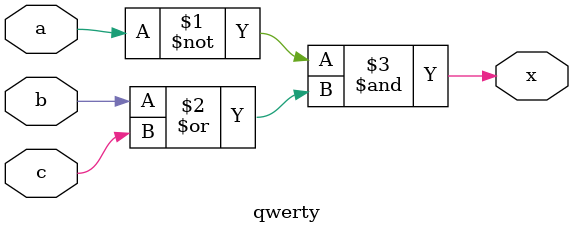
<source format=v>
module qwerty(output x, input a, input b, input c);

assign x=~a&(b|c);

endmodule
</source>
